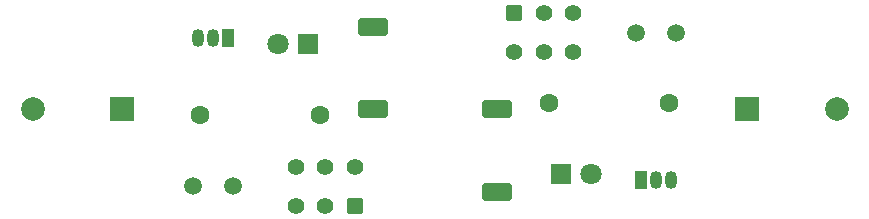
<source format=gbr>
%TF.GenerationSoftware,KiCad,Pcbnew,9.0.3*%
%TF.CreationDate,2025-07-21T22:41:49+05:30*%
%TF.ProjectId,ldr sensor.kicad_pc_boards,6c647220-7365-46e7-936f-722e6b696361,rev?*%
%TF.SameCoordinates,Original*%
%TF.FileFunction,Soldermask,Top*%
%TF.FilePolarity,Negative*%
%FSLAX46Y46*%
G04 Gerber Fmt 4.6, Leading zero omitted, Abs format (unit mm)*
G04 Created by KiCad (PCBNEW 9.0.3) date 2025-07-21 22:41:49*
%MOMM*%
%LPD*%
G01*
G04 APERTURE LIST*
G04 Aperture macros list*
%AMRoundRect*
0 Rectangle with rounded corners*
0 $1 Rounding radius*
0 $2 $3 $4 $5 $6 $7 $8 $9 X,Y pos of 4 corners*
0 Add a 4 corners polygon primitive as box body*
4,1,4,$2,$3,$4,$5,$6,$7,$8,$9,$2,$3,0*
0 Add four circle primitives for the rounded corners*
1,1,$1+$1,$2,$3*
1,1,$1+$1,$4,$5*
1,1,$1+$1,$6,$7*
1,1,$1+$1,$8,$9*
0 Add four rect primitives between the rounded corners*
20,1,$1+$1,$2,$3,$4,$5,0*
20,1,$1+$1,$4,$5,$6,$7,0*
20,1,$1+$1,$6,$7,$8,$9,0*
20,1,$1+$1,$8,$9,$2,$3,0*%
G04 Aperture macros list end*
%ADD10RoundRect,0.225000X1.025000X0.525000X-1.025000X0.525000X-1.025000X-0.525000X1.025000X-0.525000X0*%
%ADD11R,1.050000X1.500000*%
%ADD12O,1.050000X1.500000*%
%ADD13C,1.500000*%
%ADD14R,2.000000X2.000000*%
%ADD15C,2.000000*%
%ADD16RoundRect,0.250000X0.450000X0.450000X-0.450000X0.450000X-0.450000X-0.450000X0.450000X-0.450000X0*%
%ADD17C,1.400000*%
%ADD18R,1.800000X1.800000*%
%ADD19C,1.800000*%
%ADD20C,1.600000*%
%ADD21RoundRect,0.250000X-0.450000X-0.450000X0.450000X-0.450000X0.450000X0.450000X-0.450000X0.450000X0*%
%ADD22RoundRect,0.225000X-1.025000X-0.525000X1.025000X-0.525000X1.025000X0.525000X-1.025000X0.525000X0*%
G04 APERTURE END LIST*
D10*
%TO.C,BT1*%
X136000000Y-90000000D03*
X136000000Y-83000000D03*
%TD*%
D11*
%TO.C,Q1*%
X123770000Y-84000000D03*
D12*
X122500000Y-84000000D03*
X121230000Y-84000000D03*
%TD*%
D13*
%TO.C,R2*%
X124200000Y-96500000D03*
X120800000Y-96500000D03*
%TD*%
D14*
%TO.C,BZ1*%
X114800000Y-90000000D03*
D15*
X107200000Y-90000000D03*
%TD*%
D16*
%TO.C,SW1*%
X134500000Y-98142500D03*
D17*
X132000000Y-98142500D03*
X129500000Y-98142500D03*
X129500000Y-94842500D03*
X132000000Y-94842500D03*
X134500000Y-94842500D03*
%TD*%
D18*
%TO.C,D1*%
X130540000Y-84500000D03*
D19*
X128000000Y-84500000D03*
%TD*%
D20*
%TO.C,R1*%
X131580000Y-90500000D03*
X121420000Y-90500000D03*
%TD*%
D21*
%TO.C,SW1*%
X148000000Y-81857500D03*
D17*
X150500000Y-81857500D03*
X153000000Y-81857500D03*
X153000000Y-85157500D03*
X150500000Y-85157500D03*
X148000000Y-85157500D03*
%TD*%
D14*
%TO.C,BZ1*%
X167700000Y-90000000D03*
D15*
X175300000Y-90000000D03*
%TD*%
D22*
%TO.C,BT1*%
X146500000Y-90000000D03*
X146500000Y-97000000D03*
%TD*%
D13*
%TO.C,R2*%
X158300000Y-83500000D03*
X161700000Y-83500000D03*
%TD*%
D20*
%TO.C,R1*%
X150920000Y-89500000D03*
X161080000Y-89500000D03*
%TD*%
D18*
%TO.C,D1*%
X151960000Y-95500000D03*
D19*
X154500000Y-95500000D03*
%TD*%
D11*
%TO.C,Q1*%
X158730000Y-96000000D03*
D12*
X160000000Y-96000000D03*
X161270000Y-96000000D03*
%TD*%
M02*

</source>
